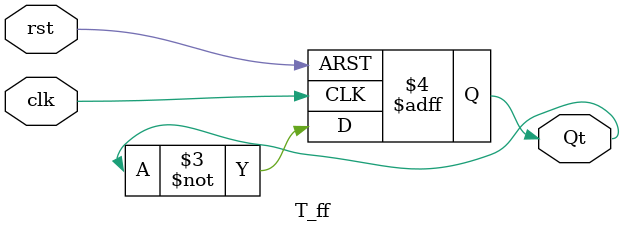
<source format=v>
`timescale 1ns / 1ps


module T_ff(Qt,clk,rst);
    input clk,rst;
    output reg Qt;
    
    
    always @(posedge clk or posedge rst)begin 
        if(rst==1)begin 
            Qt <= 1'b0;
        end
        else begin
            Qt <= ~ Qt;
        end
    end    
endmodule

</source>
